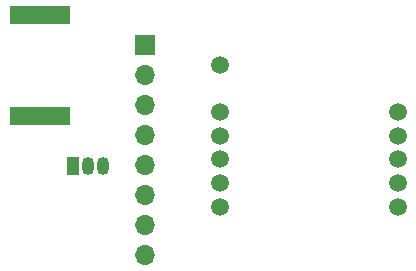
<source format=gbr>
%TF.GenerationSoftware,KiCad,Pcbnew,(6.0.2)*%
%TF.CreationDate,2022-03-07T20:15:47-06:00*%
%TF.ProjectId,RFID_board,52464944-5f62-46f6-9172-642e6b696361,rev?*%
%TF.SameCoordinates,Original*%
%TF.FileFunction,Soldermask,Bot*%
%TF.FilePolarity,Negative*%
%FSLAX46Y46*%
G04 Gerber Fmt 4.6, Leading zero omitted, Abs format (unit mm)*
G04 Created by KiCad (PCBNEW (6.0.2)) date 2022-03-07 20:15:47*
%MOMM*%
%LPD*%
G01*
G04 APERTURE LIST*
%ADD10C,1.500000*%
%ADD11R,5.080000X1.500000*%
%ADD12R,1.050000X1.500000*%
%ADD13O,1.050000X1.500000*%
%ADD14R,1.700000X1.700000*%
%ADD15O,1.700000X1.700000*%
G04 APERTURE END LIST*
D10*
%TO.C,U1*%
X136460500Y-95906000D03*
X136460500Y-97906000D03*
X136460500Y-99906000D03*
X136460500Y-101906000D03*
X136460500Y-103906000D03*
X121460500Y-103906000D03*
X121460500Y-101906000D03*
X121460500Y-99906000D03*
X121460500Y-97906000D03*
X121460500Y-95906000D03*
X121460500Y-91906000D03*
%TD*%
D11*
%TO.C,ANTENNA1*%
X106172000Y-96198000D03*
X106172000Y-87698000D03*
%TD*%
D12*
%TO.C,Q1*%
X108966000Y-100436000D03*
D13*
X110236000Y-100436000D03*
X111506000Y-100436000D03*
%TD*%
D14*
%TO.C,J1*%
X115090500Y-90170000D03*
D15*
X115090500Y-92710000D03*
X115090500Y-95250000D03*
X115090500Y-97790000D03*
X115090500Y-100330000D03*
X115090500Y-102870000D03*
X115090500Y-105410000D03*
X115090500Y-107950000D03*
%TD*%
M02*

</source>
